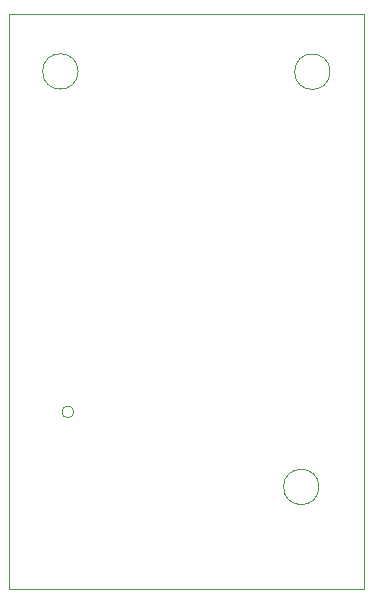
<source format=gm1>
G04 #@! TF.GenerationSoftware,KiCad,Pcbnew,5.1.5-52549c5~86~ubuntu19.04.1*
G04 #@! TF.CreationDate,2020-05-05T22:35:55+02:00*
G04 #@! TF.ProjectId,NotSoTinyDimmer,4e6f7453-6f54-4696-9e79-44696d6d6572,1.3.3*
G04 #@! TF.SameCoordinates,Original*
G04 #@! TF.FileFunction,Profile,NP*
%FSLAX46Y46*%
G04 Gerber Fmt 4.6, Leading zero omitted, Abs format (unit mm)*
G04 Created by KiCad (PCBNEW 5.1.5-52549c5~86~ubuntu19.04.1) date 2020-05-05 22:35:55*
%MOMM*%
%LPD*%
G04 APERTURE LIST*
%ADD10C,0.050000*%
G04 APERTURE END LIST*
D10*
X139793600Y-101650800D02*
G75*
G03X139793600Y-101650800I-500000J0D01*
G01*
X160554800Y-108000800D02*
G75*
G03X160554800Y-108000800I-1500000J0D01*
G01*
X161494600Y-72847200D02*
G75*
G03X161494600Y-72847200I-1500000J0D01*
G01*
X140158600Y-72821800D02*
G75*
G03X140158600Y-72821800I-1500000J0D01*
G01*
X134328000Y-116670000D02*
X164328000Y-116670000D01*
X164328000Y-67983100D02*
X164328000Y-116670000D01*
X134328000Y-67983100D02*
X164328000Y-67983100D01*
X134328000Y-67983100D02*
X134328000Y-116670000D01*
M02*

</source>
